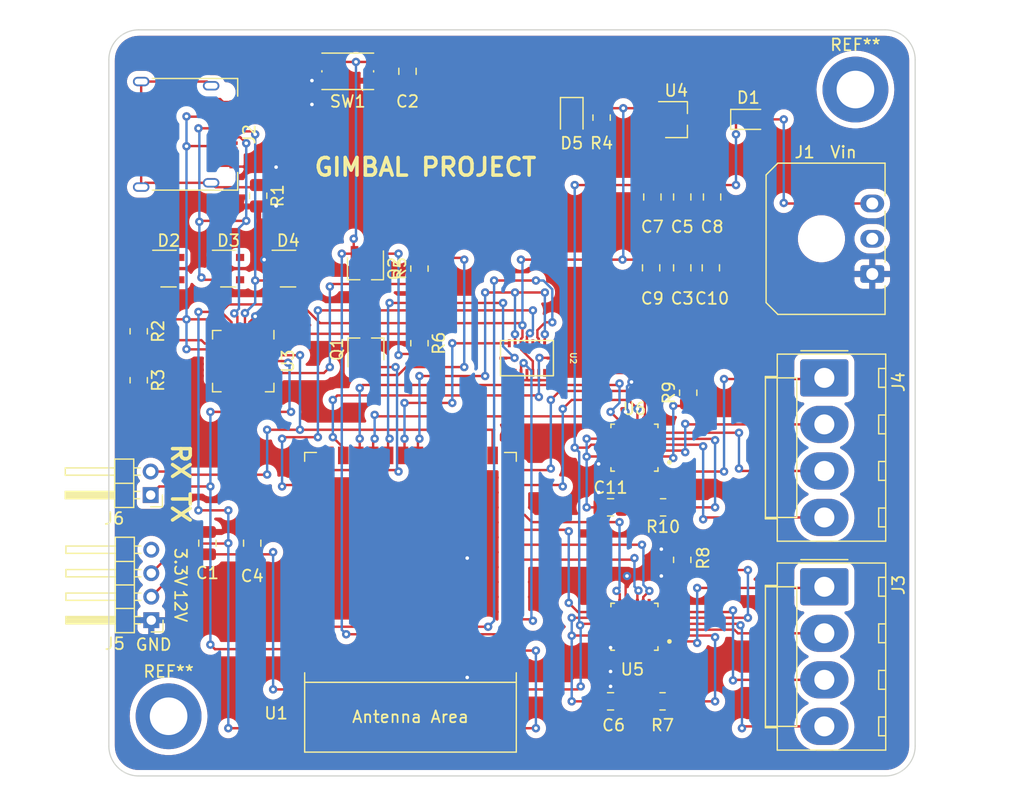
<source format=kicad_pcb>
(kicad_pcb (version 20211014) (generator pcbnew)
  (layers (0 "F.Cu" signal) (31 "B.Cu" signal) (34 "B.Paste" user) (35 "F.Paste" user) (36 "B.SilkS" user "B.Silkscreen") (37 "F.SilkS" user "F.Silkscreen") (38 "B.Mask" user) (39 "F.Mask" user) (44 "Edge.Cuts" user))
  (net 0 "")
  (net 1 "+12V")
  (net 2 "GND")
  (net 3 "/EN")
  (net 4 "+3V3")
  (net 5 "Net-(C6-Pad1)")
  (net 6 "Net-(C11-Pad1)")
  (net 7 "Net-(D1-Pad2)")
  (net 8 "/VBUS")
  (net 9 "Net-(D3-Pad2)")
  (net 10 "Net-(D4-Pad2)")
  (net 11 "Net-(D5-Pad2)")
  (net 17 "Net-(J2-PadS1)")
  (net 18 "/Motor1Out1")
  (net 19 "/Motor1Out2")
  (net 20 "/Motor1Out3")
  (net 21 "/Motor1Out4")
  (net 22 "/Motor2Out1")
  (net 23 "/Motor2Out2")
  (net 24 "/Motor2Out3")
  (net 25 "/Motor2Out4")
  (net 27 "/ESPTX")
  (net 28 "/ESPRX")
  (net 29 "Net-(Q1-Pad1)")
  (net 30 "/ESPIO0")
  (net 31 "/!DTR")
  (net 32 "Net-(Q2-Pad1)")
  (net 33 "/!RTS")
  (net 34 "Net-(R2-Pad2)")
  (net 35 "Net-(R7-Pad1)")
  (net 36 "Net-(R8-Pad1)")
  (net 37 "Net-(R9-Pad1)")
  (net 38 "Net-(R10-Pad1)")
  (net 39 "/ESPIO4")
  (net 43 "/Motor1M1")
  (net 44 "/Motor1M0")
  (net 45 "/Motor1Dir")
  (net 46 "/Motor1Step")
  (net 48 "/Motor2M1")
  (net 49 "/Motor2M0")
  (net 54 "/SPI_MISO")
  (net 55 "/SPI_MOSI")
  (net 56 "/SPI_CLK")
  (net 57 "/Motor2Dir")
  (net 58 "/Motor2Step")
  (net 59 "/ESPIO34")
  (net 61 "/ESPIO35")
  (net 71 "/ESPIO2")
  (footprint "MountingHole:MountingHole_3.2mm_M3_DIN965_Pad" (layer "F.Cu") (at 177.8 66.04)
    (fp_text reference "REF**")
    (fp_text value "MountingHole_3.2mm_M3_DIN965_Pad")
  )
  (footprint "Resistor_SMD:R_0805_2012Metric" (layer "F.Cu") (at 161.4405 101.6 180)
    (fp_text reference "R10")
    (fp_text value "500m")
  )
  (footprint "Resistor_SMD:R_0805_2012Metric" (layer "F.Cu") (at 127 75.0805 -90)
    (fp_text reference "R1")
    (fp_text value "100")
  )
  (footprint "Capacitor_SMD:C_0805_2012Metric" (layer "F.Cu") (at 165.608 75.184 -90)
    (fp_text reference "C8")
    (fp_text value "0.1uF")
  )
  (footprint "Capacitor_SMD:C_0805_2012Metric" (layer "F.Cu") (at 156.972 101.6)
    (fp_text reference "C11")
    (fp_text value "22uF")
  )
  (footprint "Package_TO_SOT_SMD:TSOT-23" (layer "F.Cu") (at 136.144 88.138 90)
    (fp_text reference "Q1")
    (fp_text value "Q_NPN_BCE")
  )
  (footprint "Capacitor_SMD:C_0805_2012Metric" (layer "F.Cu") (at 165.503 81.214 -90)
    (fp_text reference "C10")
    (fp_text value "100nF")
  )
  (footprint "Connector_PinHeader_2.00mm:PinHeader_1x04_P2.00mm_Horizontal" (layer "F.Cu") (at 117.908 111.204 180)
    (fp_text reference "J5")
    (fp_text value "0022232041")
  )
  (footprint "Package_DFN_QFN:QFN-28-1EP_5x5mm_P0.5mm_EP3.35x3.35mm" (layer "F.Cu") (at 125.73 89.154 -90)
    (fp_text reference "U3")
    (fp_text value "CP2102N-Axx-xQFN28")
  )
  (footprint "Capacitor_SMD:C_0805_2012Metric" (layer "F.Cu") (at 126.492 104.648 90)
    (fp_text reference "C4")
    (fp_text value "10uF")
  )
  (footprint "Resistor_SMD:R_0805_2012Metric" (layer "F.Cu") (at 140.716 87.63 -90)
    (fp_text reference "R6")
    (fp_text value "10k")
  )
  (footprint "LED_SMD:LED_0805_2012Metric" (layer "F.Cu") (at 153.67 68.4045 -90)
    (fp_text reference "D5")
    (fp_text value "LED")
  )
  (footprint "Resistor_SMD:R_0805_2012Metric" (layer "F.Cu") (at 161.3935 118.11 180)
    (fp_text reference "R7")
    (fp_text value "500m")
  )
  (footprint "ESP32:ESP32-S2-SOLO" (layer "F.Cu") (at 139.954 106.68 180)
    (fp_text reference "U1")
    (fp_text value "ESP32-S2-SOLO")
  )
  (footprint "Connector_Molex:Molex_KK-396_A-41791-0004_1x04_P3.96mm_Vertical" (layer "F.Cu") (at 175.155 90.58 -90)
    (fp_text reference "J4")
    (fp_text value "0022232041")
  )
  (footprint "Connector_PinHeader_2.00mm:PinHeader_1x02_P2.00mm_Horizontal" (layer "F.Cu") (at 117.856 100.552 180)
    (fp_text reference "J6")
    (fp_text value "Conn_01x02")
  )
  (footprint "Package_TO_SOT_SMD:TSOT-23" (layer "F.Cu") (at 162.56 68.58)
    (fp_text reference "U4")
    (fp_text value "TLV70433DBVT")
  )
  (footprint "MountingHole:MountingHole_3.2mm_M3_DIN965_Pad" (layer "F.Cu") (at 119.38 119.38)
    (fp_text reference "REF**")
    (fp_text value "MountingHole_3.2mm_M3_DIN965_Pad")
  )
  (footprint "Resistor_SMD:R_0805_2012Metric" (layer "F.Cu") (at 116.84 90.7815 -90)
    (fp_text reference "R3")
    (fp_text value "47.5k")
  )
  (footprint "DRV8846RGET:QFN50P400X400X100-25N" (layer "F.Cu") (at 159.004 96.52 180)
    (fp_text reference "U6")
    (fp_text value "DRV8846RGET")
  )
  (footprint "DRV8846RGET:QFN50P400X400X100-25N" (layer "F.Cu") (at 159.004 111.76 180)
    (fp_text reference "U5")
    (fp_text value "DRV8846RGET")
  )
  (footprint "Package_TO_SOT_SMD:SOT-143" (layer "F.Cu") (at 129.54 81.28)
    (fp_text reference "D4")
    (fp_text value "DIODE")
  )
  (footprint "Capacitor_SMD:C_0805_2012Metric" (layer "F.Cu") (at 163.068 81.214 -90)
    (fp_text reference "C3")
    (fp_text value "1uF")
  )
  (footprint "Capacitor_SMD:C_0805_2012Metric" (layer "F.Cu") (at 122.682 104.648 90)
    (fp_text reference "C1")
    (fp_text value "22uF")
  )
  (footprint "GIMBAL:BMI088" (layer "F.Cu") (at 149.86 88.9 -90)
    (fp_text reference "U2")
    (fp_text value "BMI088")
  )
  (footprint "Resistor_SMD:R_0805_2012Metric" (layer "F.Cu") (at 163.576 91.8445 90)
    (fp_text reference "R9")
    (fp_text value "500m")
  )
  (footprint "Resistor_SMD:R_0805_2012Metric" (layer "F.Cu") (at 140.716 81.28 90)
    (fp_text reference "R5")
    (fp_text value "10k")
  )
  (footprint "Capacitor_SMD:C_0805_2012Metric" (layer "F.Cu") (at 160.528 75.184 -90)
    (fp_text reference "C7")
    (fp_text value "10uF")
  )
  (footprint "Connector_Molex:Molex_Micro-Fit_3.0_43650-0300_1x03_P3.00mm_Horizontal" (layer "F.Cu") (at 179.23 81.74 90)
    (fp_text reference "J1")
    (fp_text value "Conn_01x03")
  )
  (footprint "Connector_Molex:Molex_KK-396_A-41791-0004_1x04_P3.96mm_Vertical" (layer "F.Cu") (at 175.155 108.36 -90)
    (fp_text reference "J3")
    (fp_text value "0022232041")
  )
  (footprint "Diode_SMD:D_SOD-323" (layer "F.Cu") (at 168.69 68.58)
    (fp_text reference "D1")
    (fp_text value "D_Schottky")
  )
  (footprint "Package_TO_SOT_SMD:SOT-143" (layer "F.Cu") (at 124.46 81.28)
    (fp_text reference "D3")
    (fp_text value "DIODE")
  )
  (footprint "Capacitor_SMD:C_0805_2012Metric" (layer "F.Cu") (at 156.972 118.11)
    (fp_text reference "C6")
    (fp_text value "22uF")
  )
  (footprint "Package_TO_SOT_SMD:TSOT-23" (layer "F.Cu") (at 136.144 81.28 -90)
    (fp_text reference "Q2")
    (fp_text value "Q_NPN_BCE")
  )
  (footprint "Resistor_SMD:R_0805_2012Metric" (layer "F.Cu") (at 156.21 68.4295 -90)
    (fp_text reference "R4")
    (fp_text value "100")
  )
  (footprint "Resistor_SMD:R_0805_2012Metric" (layer "F.Cu") (at 163.068 106.0685 90)
    (fp_text reference "R8")
    (fp_text value "500m")
  )
  (footprint "Button_Switch_SMD:SW_Push_1P1T_NO_CK_KMR2" (layer "F.Cu") (at 134.62 64.49)
    (fp_text reference "SW1")
    (fp_text value "SW_Push")
  )
  (footprint "Connector_USB:USB_C_Receptacle_Amphenol_12401610E4-2A" (layer "F.Cu") (at 119.888 69.85 -90)
    (fp_text reference "J2")
    (fp_text value "USB_C_Receptacle_USB2.0")
  )
  (footprint "Capacitor_SMD:C_0805_2012Metric" (layer "F.Cu") (at 163.068 75.184 -90)
    (fp_text reference "C5")
    (fp_text value "0.1uF")
  )
  (footprint "Capacitor_SMD:C_0805_2012Metric" (layer "F.Cu") (at 160.423 81.214 -90)
    (fp_text reference "C9")
    (fp_text value "100nF")
  )
  (footprint "Resistor_SMD:R_0805_2012Metric" (layer "F.Cu") (at 116.84 86.614 -90)
    (fp_text reference "R2")
    (fp_text value "22.1k")
  )
  (footprint "Package_TO_SOT_SMD:SOT-143" (layer "F.Cu") (at 119.38 81.28)
    (fp_text reference "D2")
    (fp_text value "DIODE")
  )
  (footprint "Capacitor_SMD:C_0805_2012Metric" (layer "F.Cu") (at 139.7 64.49 90)
    (fp_text reference "C2")
    (fp_text value "0.1uF")
  )
  (gr_line (start 116.84 124.46) (end 180.34 124.46) (layer "Edge.Cuts") (width 0.1))
  (gr_line (start 114.3 121.92) (end 114.3 63.5) (layer "Edge.Cuts") (width 0.1))
  (gr_arc (start 114.3 63.5) (mid 115.043949 61.703949) (end 116.84 60.96) (layer "Edge.Cuts") (width 0.1))
  (gr_arc (start 116.84 124.46) (mid 115.043949 123.716051) (end 114.3 121.92) (layer "Edge.Cuts") (width 0.1))
  (gr_line (start 182.88 121.92) (end 182.88 63.5) (layer "Edge.Cuts") (width 0.1))
  (gr_arc (start 180.34 60.96) (mid 182.136051 61.703949) (end 182.88 63.5) (layer "Edge.Cuts") (width 0.1))
  (gr_line (start 180.34 60.96) (end 116.84 60.96) (layer "Edge.Cuts") (width 0.1))
  (gr_arc (start 182.88 121.92) (mid 182.136051 123.716051) (end 180.34 124.46) (layer "Edge.Cuts") (width 0.1))
  (gr_text "Vin" (at 176.784 71.374) (layer "F.SilkS") (effects (font (size 1 1))))
  (gr_text "12V" (at 120.396 109.982 270) (layer "F.SilkS") (effects (font (size 1 1))))
  (gr_text "GIMBAL PROJECT" (at 141.224 72.644) (layer "F.SilkS") (effects (font (size 1.5 1.5) (thickness 0.3))))
  (gr_text "3.3V" (at 120.396 106.68 270) (layer "F.SilkS") (effects (font (size 1 1))))
  (gr_text "GND\n" (at 118.11 113.284) (layer "F.SilkS") (effects (font (size 1 1))))
  (gr_text "RX TX\n" (at 120.396 99.568 270) (layer "F.SilkS") (effects (font (size 1.5 1.5) (thickness 0.3))))
  (segment (start 128.082 105.598) (end 128.27 105.41) (width 0.2032) (layer "F.Cu") (net 1))
  (segment (start 121.514 105.598) (end 117.908 109.204) (width 0.2032) (layer "F.Cu") (net 1))
  (segment (start 157.069 111.51) (end 154.503302 111.51) (width 0.2032) (layer "F.Cu") (net 1))
  (segment (start 153.924 74.168) (end 160.462 74.168) (width 0.2032) (layer "F.Cu") (net 1))
  (segment (start 160.528 74.234) (end 163.068 74.234) (width 0.2032) (layer "F.Cu") (net 1))
  (segment (start 167.64 68.58) (end 163.87 68.58) (width 0.2032) (layer "F.Cu") (net 1))
  (segment (start 155.076026 96.52) (end 153.924 96.52) (width 0.2032) (layer "F.Cu") (net 1))
  (segment (start 167.64 74.168) (end 165.674 74.168) (width 0.2032) (layer "F.Cu") (net 1))
  (segment (start 157.069 96.27) (end 155.326026 96.27) (width 0.2032) (layer "F.Cu") (net 1))
  (segment (start 154.178 117.094) (end 154.432 116.84) (width 0.2032) (layer "F.Cu") (net 1))
  (segment (start 167.64 68.58) (end 167.64 69.85) (width 0.2032) (layer "F.Cu") (net 1))
  (segment (start 126.492 105.598) (end 128.082 105.598) (width 0.2032) (layer "F.Cu") (net 1))
  (segment (start 154.503302 111.51) (end 154.380802 111.6325) (width 0.2032) (layer "F.Cu") (net 1))
  (segment (start 128.27 117.094) (end 154.178 117.094) (width 0.2032) (layer "F.Cu") (net 1))
  (segment (start 165.674 74.168) (end 165.608 74.234) (width 0.2032) (layer "F.Cu") (net 1))
  (segment (start 163.068 74.234) (end 165.608 74.234) (width 0.2032) (layer "F.Cu") (net 1))
  (segment (start 155.326026 96.27) (end 155.076026 96.52) (width 0.2032) (layer "F.Cu") (net 1))
  (segment (start 122.682 105.598) (end 121.514 105.598) (width 0.2032) (layer "F.Cu") (net 1))
  (segment (start 122.682 105.598) (end 126.492 105.598) (width 0.2032) (layer "F.Cu") (net 1))
  (segment (start 122.682 105.598) (end 122.6 105.68) (width 0.2032) (layer "F.Cu") (net 1))
  (segment (start 160.462 74.168) (end 160.528 74.234) (width 0.2032) (layer "F.Cu") (net 1))
  (via (at 128.27 117.094) (size 0.7112) (drill 0.3048) (layers "F.Cu" "B.Cu") (net 1))
  (via (at 167.64 69.85) (size 0.7112) (drill 0.3048) (layers "F.Cu" "B.Cu") (net 1))
  (via (at 167.64 74.168) (size 0.7112) (drill 0.3048) (layers "F.Cu" "B.Cu") (net 1))
  (via (at 153.924 74.168) (size 0.7112) (drill 0.3048) (layers "F.Cu" "B.Cu") (net 1))
  (via (at 154.432 116.84) (size 0.7112) (drill 0.3048) (layers "F.Cu" "B.Cu") (net 1))
  (via (at 154.380802 111.6325) (size 0.7112) (drill 0.3048) (layers "F.Cu" "B.Cu") (net 1))
  (via (at 153.924 96.52) (size 0.7112) (drill 0.3048) (layers "F.Cu" "B.Cu") (net 1))
  (via (at 128.27 105.41) (size 0.7112) (drill 0.3048) (layers "F.Cu" "B.Cu") (net 1))
  (segment (start 128.27 105.41) (end 128.27 117.094) (width 0.2032) (layer "B.Cu") (net 1))
  (segment (start 154.380802 111.6325) (end 154.305 111.556698) (width 0.2032) (layer "B.Cu") (net 1))
  (segment (start 167.64 69.85) (end 167.64 74.168) (width 0.2032) (layer "B.Cu") (net 1))
  (segment (start 154.305 111.556698) (end 154.305 96.901) (width 0.2032) (layer "B.Cu") (net 1))
  (segment (start 154.432 116.84) (end 154.432 111.683698) (width 0.2032) (layer "B.Cu") (net 1))
  (segment (start 154.305 96.901) (end 153.924 96.52) (width 0.2032) (layer "B.Cu") (net 1))
  (segment (start 153.924 96.52) (end 153.924 74.168) (width 0.2032) (layer "B.Cu") (net 1))
  (segment (start 154.432 111.683698) (end 154.380802 111.6325) (width 0.2032) (layer "B.Cu") (net 1))
  (segment (start 126.23 86.704) (end 126.23 87.13) (width 0.2032) (layer "F.Cu") (net 2))
  (segment (start 152.654 90.17) (end 162.814 90.17) (width 0.2032) (layer "F.Cu") (net 2))
  (segment (start 126.23 87.13) (end 125.857 87.503) (width 0.2032) (layer "F.Cu") (net 2))
  (segment (start 124.908 67.1) (end 124.0168 67.1) (width 0.2032) (layer "F.Cu") (net 2))
  (segment (start 148.86 90.1625) (end 148.86 90.7032) (width 0.2032) (layer "F.Cu") (net 2))
  (segment (start 123.7668 66.85) (end 123.208 66.85) (width 0.2032) (layer "F.Cu") (net 2))
  (segment (start 162.814 90.17) (end 163.576 90.932) (width 0.2032) (layer "F.Cu") (net 2))
  (segment (start 150.86 90.1625) (end 150.86 90.7032) (width 0.2032) (layer "F.Cu") (net 2))
  (segment (start 125.857 87.503) (end 126.238 87.122) (width 0.2032) (layer "F.Cu") (net 2))
  (segment (start 156.972 116.84) (end 156.972 117.16) (width 0.2032) (layer "F.Cu") (net 2))
  (segment (start 158.3685 107.442) (end 161.29 107.442) (width 0.2032) (layer "F.Cu") (net 2))
  (segment (start 144.78 116.078) (end 156.464 116.078) (width 0.2032) (layer "F.Cu") (net 2))
  (segment (start 125.73 89.154) (end 125.73 87.63) (width 0.2032) (layer "F.Cu") (net 2))
  (segment (start 149.86 90.6838) (end 149.86 90.1625) (width 0.2032) (layer "F.Cu") (net 2))
  (segment (start 156.972 117.16) (end 157.922 118.11) (width 0.2032) (layer "F.Cu") (net 2))
  (segment (start 156.652 100.33) (end 157.922 101.6) (width 0.2032) (layer "F.Cu") (net 2))
  (segment (start 128.524 75.946) (end 127.047 75.946) (width 0.2032) (layer "F.Cu") (net 2))
  (segment (start 158.75 90.932) (end 163.576 90.932) (width 0.2032) (layer "F.Cu") (net 2))
  (segment (start 150.86 90.7032) (end 150.9362 90.7794) (width 0.2032) (layer "F.Cu") (net 2))
  (segment (start 125.73 87.63) (end 125.857 87.503) (width 0.2032) (layer "F.Cu") (net 2))
  (segment (start 131.572 65.278) (end 132.558 65.278) (width 0.2032) (layer "F.Cu") (net 2))
  (segment (start 156.0905 97.77) (end 155.956 97.9045) (width 0.2032) (layer "F.Cu") (net 2))
  (segment (start 150.9362 90.7794) (end 151.0286 90.7794) (width 0.2032) (layer "F.Cu") (net 2))
  (segment (start 150.7838 90.7794) (end 149.9556 90.7794) (width 0.2032) (layer "F.Cu") (net 2))
  (segment (start 158.254 93.484) (end 158.242 93.472) (width 0.2032) (layer "F.Cu") (net 2))
  (segment (start 131.572 67.31) (end 131.362 67.1) (width 0.2032) (layer "F.Cu") (net 2))
  (segment (start 142.854 105.82) (end 144.682 105.82) (width 0.2032) (layer "F.Cu") (net 2))
  (segment (start 144.682 105.82) (end 144.78 105.918) (width 0.2032) (layer "F.Cu") (net 2))
  (segment (start 157.069 97.77) (end 156.0905 97.77) (width 0.2032) (layer "F.Cu") (net 2))
  (segment (start 149.9556 90.7794) (end 149.86 90.6838) (width 0.2032) (layer "F.Cu") (net 2))
  (segment (start 161.29 105.156) (end 163.068 105.156) (width 0.2032) (layer "F.Cu") (net 2))
  (segment (start 158.254 107.5565) (end 158.3685 107.442) (width 0.2032) (layer "F.Cu") (net 2))
  (segment (start 127.047 75.946) (end 127 75.993) (width 0.2032) (layer "F.Cu") (net 2))
  (segment (start 155.956 100.33) (end 156.652 100.33) (width 0.2032) (layer "F.Cu") (net 2))
  (segment (start 123.3874 72.5294) (end 124.8374 72.5294) (width 0.2032) (layer "F.Cu") (net 2))
  (segment (start 126.256573 86.677427) (end 126.256573 85.833427) (width 0.2032) (layer "F.Cu") (net 2))
  (segment (start 124.0168 67.1) (end 123.7668 66.85) (width 0.2032) (layer "F.Cu") (net 2))
  (segment (start 132.558 65.278) (end 132.57 65.29) (width 0.2032) (layer "F.Cu") (net 2))
  (segment (start 124.8374 72.5294) (end 124.908 72.6) (width 0.2032) (layer "F.Cu") (net 2))
  (segment (start 152.0446 90.7794) (end 152.654 90.17) (width 0.2032) (layer "F.Cu") (net 2))
  (segment (start 148.86 90.1625) (end 148.36 90.1625) (width 0.2032) (layer "F.Cu") (net 2))
  (segment (start 123.208 72.35) (end 123.3874 72.5294) (width 0.2032) (layer "F.Cu") (net 2))
  (segment (start 156.464 116.078) (end 156.972 115.57) (width 0.2032) (layer "F.Cu") (net 2))
  (segment (start 126.23 86.704) (end 126.256573 86.677427) (width 0.2032) (layer "F.Cu") (net 2))
  (segment (start 150.7838 90.7794) (end 151.0286 90.7794) (width 0.2032) (layer "F.Cu") (net 2))
  (segment (start 126.256573 85.833427) (end 126.746 85.344) (width 0.2032) (layer "F.Cu") (net 2))
  (segment (start 157.069 113.441) (end 156.972 113.538) (width 0.2032) (layer "F.Cu") (net 2))
  (segment (start 150.86 90.7032) (end 150.7838 90.7794) (width 0.2032) (layer "F.Cu") (net 2))
  (segment (start 148.86 90.7032) (end 148.9362 90.7794) (width 0.2032) (layer "F.Cu") (net 2))
  (segment (start 158.254 109.825) (end 158.254 107.5565) (width 0.2032) (layer "F.Cu") (net 2))
  (segment (start 127.508 80.518) (end 128.528 80.518) (width 0.2032) (layer "F.Cu") (net 2))
  (segment (start 148.9362 90.7794) (end 150.7838 90.7794) (width 0.2032) (layer "F.Cu") (net 2))
  (segment (start 128.48 72.6) (end 128.524 72.644) (width 0.2032) (layer "F.Cu") (net 2))
  (segment (start 124.908 72.6) (end 128.48 72.6) (width 0.2032) (layer "F.Cu") (net 2))
  (segment (start 128.528 80.518) (end 128.54 80.53) (width 0.2032) (layer "F.Cu") (net 2))
  (segment (start 157.069 113.01) (end 157.069 113.441) (width 0.2032) (layer "F.Cu") (net 2))
  (segment (start 151.0286 90.7794) (end 152.0446 90.7794) (width 0.2032) (layer "F.Cu") (net 2))
  (segment (start 158.254 94.585) (end 158.254 93.484) (width 0.2032) (layer "F.Cu") (net 2))
  (segment (start 131.362 67.1) (end 124.908 67.1) (width 0.2032) (layer "F.Cu") (net 2))
  (via (at 156.972 116.84) (size 0.7112) (drill 0.3048) (layers "F.Cu" "B.Cu") (net 2))
  (via (at 128.524 72.644) (size 0.7112) (drill 0.3048) (layers "F.Cu" "B.Cu") (net 2))
  (via (at 127.508 80.518) (size 0.7112) (drill 0.3048) (layers "F.Cu" "B.Cu") (net 2))
  (via (at 156.972 113.538) (size 0.7112) (drill 0.3048) (layers "F.Cu" "B.Cu") (net 2))
  (via (at 158.75 90.932) (size 0.7112) (drill 0.3048) (layers "F.Cu" "B.Cu") (net 2))
  (via (at 131.572 67.31) (size 0.7112) (drill 0.3048) (layers "F.Cu" "B.Cu") (net 2))
  (via (at 131.572 65.278) (size 0.7112) (drill 0.3048) (layers "F.Cu" "B.Cu") (net 2))
  (via (at 144.78 116.078) (size 0.7112) (drill 0.3048) (layers "F.Cu" "B.Cu") (net 2))
  (via (at 155.956 100.33) (size 0.7112) (drill 0.3048) (layers "F.Cu" "B.Cu") (net 2))
  (via (at 158.242 93.472) (size 0.7112) (drill 0.3048) (layers "F.Cu" "B.Cu") (net 2))
  (via (at 158.3685 107.442) (size 0.7112) (drill 0.3048) (layers "F.Cu" "B.Cu") (net 2))
  (via (at 156.972 115.57) (size 0.7112) (drill 0.3048) (layers "F.Cu" "B.Cu") (net 2))
  (via (at 155.956 97.9045) (size 0.7112) (drill 0.3048) (layers "F.Cu" "B.Cu") (net 2))
  (via (at 144.78 105.918) (size 0.7112) (drill 0.3048) (layers "F.Cu" "B.Cu") (net 2))
  (via (at 161.29 105.156) (size 0.7112) (drill 0.3048) (layers "F.Cu" "B.Cu") (net 2))
  (via (at 128.524 75.946) (size 0.7112) (drill 0.3048) (layers "F.Cu" "B.Cu") (net 2))
  (via (at 126.746 85.344) (size 0.7112) (drill 0.3048) (layers "F.Cu" "B.Cu") (net 2))
  (via (at 161.29 107.442) (size 0.7112) (drill 0.3048) (layers "F.Cu" "B.Cu") (net 2))
  (segment (start 127.508 84.582) (end 127.508 80.518) (width 0.2032) (layer "B.Cu") (net 2))
  (segment (start 161.29 107.442) (end 161.29 105.156) (width 0.2032) (layer "B.Cu") (net 2))
  (segment (start 128.524 72.644) (end 128.524 75.946) (width 0.2032) (layer "B.Cu") (net 2))
  (segment (start 156.972 113.538) (end 156.972 115.57) (width 0.2032) (layer "B.Cu") (net 2))
  (segment (start 158.242 93.472) (end 158.369 93.345) (width 0.2032) (layer "B.Cu") (net 2))
  (segment (start 158.369 91.313) (end 158.75 90.932) (width 0.2032) (layer "B.Cu") (net 2))
  (segment (start 155.956 97.9045) (end 155.956 100.33) (width 0.2032) (layer "B.Cu") (net 2))
  (segment (start 131.572 67.31) (end 131.572 65.278) (width 0.2032) (layer "B.Cu") (net 2))
  (segment (start 126.746 85.344) (end 127.508 84.582) (width 0.2032) (layer "B.Cu") (net 2))
  (segment (start 158.369 93.345) (end 158.369 91.313) (width 0.2032) (layer "B.Cu") (net 2))
  (segment (start 144.78 105.918) (end 144.78 116.078) (width 0.2032) (layer "B.Cu") (net 2))
  (segment (start 156.972 115.57) (end 156.972 116.84) (width 0.2032) (layer "B.Cu") (net 2))
  (segment (start 135.154 80.01) (end 135.194 79.97) (width 0.2032) (layer "F.Cu") (net 3))
  (segment (start 139.7 63.54) (end 139.914 63.754) (width 0.2032) (layer "F.Cu") (net 3))
  (segment (start 139.7 63.54) (end 139.55 63.69) (width 0.2032) (layer "F.Cu") (net 3))
  (segment (start 136.67 63.69) (end 132.57 63.69) (width 0.2032) (layer "F.Cu") (net 3))
  (segment (start 135.128 79.904) (end 135.194 79.97) (width 0.2032) (layer "F.Cu") (net 3))
  (segment (start 134.112 80.01) (end 135.154 80.01) (width 0.2032) (layer "F.Cu") (net 3))
  (segment (start 148.704 112.4) (end 134.234 112.4) (width 0.2032) (layer "F.Cu") (net 3))
  (segment (start 139.55 63.69) (end 136.67 63.69) (width 0.2032) (layer "F.Cu") (net 3))
  (segment (start 135.128 78.74) (end 135.128 79.904) (width 0.2032) (layer "F.Cu") (net 3))
  (via (at 134.488 112.4) (size 0.7112) (drill 0.3048) (layers "F.Cu" "B.Cu") (net 3))
  (via (at 135.318 63.69) (size 0.7112) (drill 0.3048) (layers "F.Cu" "B.Cu") (net 3))
  (via (at 135.128 78.74) (size 0.7112) (drill 0.3048) (layers "F.Cu" "B.Cu") (net 3))
  (via (at 134.112 80.01) (size 0.7112) (drill 0.3048) (layers "F.Cu" "B.Cu") (net 3))
  (segment (start 134.488 112.4) (end 134.112 112.024) (width 0.2032) (layer "B.Cu") (net 3))
  (segment (start 135.318 63.69) (end 135.318 78.55) (width 0.2032) (layer "B.Cu") (net 3))
  (segment (start 135.318 78.55) (end 135.128 78.74) (width 0.2032) (layer "B.Cu") (net 3))
  (segment (start 134.112 112.024) (end 134.112 80.01) (width 0.2032) (layer "B.Cu") (net 3))
  (segment (start 124.73 86.704) (end 124.73 85.837184) (width 0.2032) (layer "F.Cu") (net 4))
  (segment (start 124.428 104.68) (end 124.46 104.648) (width 0.2032) (layer "F.Cu") (net 4))
  (segment (start 130.673974 84.328) (end 132.271574 85.9256) (width 0.2032) (layer "F.Cu") (net 4))
  (segment (start 121.92 101.854) (end 124.46 101.854) (width 0.2032) (layer "F.Cu") (net 4))
  (segment (start 148.826 113.792) (end 148.704 113.67) (width 0.2032) (layer "F.Cu") (net 4))
  (segment (start 160.169 80.518) (end 160.423 80.264) (width 0.2032) (layer "F.Cu") (net 4))
  (segment (start 119.38 105.732) (end 117.908 107.204) (width 0.2032) (layer "F.Cu") (net 4))
  (segment (start 156.323 67.63) (end 156.21 67.517) (width 0.2032) (layer "F.Cu") (net 4))
  (segment (start 132.271574 85.9256) (end 149.2981 85.9256) (width 0.2032) (layer "F.Cu") (net 4))
  (segment (start 149.352 80.518) (end 157.988 80.518) (width 0.2032) (layer "F.Cu") (net 4))
  (segment (start 149.4785 87.131526) (end 149.4785 86.106) (width 0.2032) (layer "F.Cu") (net 4))
  (segment (start 150.36 89.1588) (end 149.36 88.1588) (width 0.2032) (layer "F.Cu") (net 4))
  (segment (start 123.856316 84.9635) (end 121.92 84.9635) (width 0.2032) (layer "F.Cu") (net 4))
  (segment (start 119.38 104.68) (end 119.38 105.732) (width 0.2032) (layer "F.Cu") (net 4))
  (segment (start 149.2981 85.9256) (end 149.4785 86.106) (width 0.2032) (layer "F.Cu") (net 4))
  (segment (start 124.73 85.837184) (end 123.856316 84.9635) (width 0.2032) (layer "F.Cu") (net 4))
  (segment (start 165.503 80.264) (end 160.423 80.264) (width 0.2032) (layer "F.Cu") (net 4))
  (segment (start 124.46 120.396) (end 150.622 120.396) (width 0.2032) (layer "F.Cu") (net 4))
  (segment (start 161.25 67.63) (end 156.323 67.63) (width 0.2032) (layer "F.Cu") (net 4))
  (segment (start 149.36 87.6375) (end 149.36 87.250026) (width 0.2032) (layer "F.Cu") (net 4))
  (segment (start 150.36 90.1625) (end 150.36 89.1588) (width 0.2032) (layer "F.Cu") (net 4))
  (segment (start 150.622 113.792) (end 148.826 113.792) (width 0.2032) (layer "F.Cu") (net 4))
  (segment (start 149.36 87.250026) (end 149.4785 87.131526) (width 0.2032) (layer "F.Cu") (net 4))
  (segment (start 124.491816 84.328) (end 130.673974 84.328) (width 0.2032) (layer "F.Cu") (net 4))
  (segment (start 157.988 80.518) (end 160.169 80.518) (width 0.2032) (layer "F.Cu") (net 4))
  (segment (start 119.38 104.68) (end 124.428 104.68) (width 0.2032) (layer "F.Cu") (net 4))
  (segment (start 123.856316 84.9635) (end 124.491816 84.328) (width 0.2032) (layer "F.Cu") (net 4))
  (segment (start 149.36 88.1588) (end 149.36 87.6375) (width 0.2032) (layer "F.Cu") (net 4))
  (via (at 158.054 67.63) (size 0.7112) (drill 0.3048) (layers "F.Cu" "B.Cu") (net 4))
  (via (at 149.352 80.518) (size 0.7112) (drill 0.3048) (layers "F.Cu" "B.Cu") (net 4))
  (via (at 124.46 101.854) (size 0.7112) (drill 0.3048) (layers "F.Cu" "B.Cu") (net 4))
  (via (at 157.988 80.518) (size 0.7112) (drill 0.3048) (layers "F.Cu" "B.Cu") (net 4))
  (via (at 121.92 101.854) (size 0.7112) (drill 0.3048) (layers "F.Cu" "B.Cu") (net 4))
  (via (at 150.622 120.396) (size 0.7112) (drill 0.3048) (layers "F.Cu" "B.Cu") (net 4))
  (via (at 124.46 104.648) (size 0.7112) (drill 0.3048) (layers "F.Cu" "B.Cu") (net 4))
  (via (at 121.92 84.9635) (size 0.7112) (drill 0.3048) (layers "F.Cu" "B.Cu") (net 4))
  (via (at 150.622 113.792) (size 0.7112) (drill 0.3048) (layers "F.Cu" "B.Cu") (net 4))
  (via (at 149.4785 86.106) (size 0.7112) (drill 0.3048) (layers "F.Cu" "B.Cu") (net 4))
  (via (at 124.46 120.396) (size 0.7112) (drill 0.3048) (layers "F.Cu" "B.Cu") (net 4))
  (segment (start 124.46 104.648) (end 124.46 120.396) (width 0.2032) (layer "B.Cu") (net 4))
  (segment (start 158.054 80.452) (end 157.988 80.518) (width 0.2032) (layer "B.Cu") (net 4))
  (segment (start 158.054 67.63) (end 158.054 80.452) (width 0.2032) (layer "B.Cu") (net 4))
  (segment (start 150.622 120.396) (end 150.622 113.792) (width 0.2032) (layer "B.Cu") (net 4))
  (segment (start 124.46 101.854) (end 124.46 104.648) (width 0.2032) (layer "B.Cu") (net 4))
  (segment (start 149.4785 86.106) (end 149.4785 80.6445) (width 0.2032) (layer "B.Cu") (net 4))
  (segment (start 149.4785 80.6445) (end 149.352 80.518) (width 0.2032) (layer "B.Cu") (net 4))
  (segment (start 121.92 84.9635) (end 121.92 101.854) (width 0.2032) (layer "B.Cu") (net 4))
  (segment (start 156.022 118.11) (end 153.67 118.11) (width 0.2032) (layer "F.Cu") (net 5))
  (segment (start 157.069 112.51) (end 153.682 112.51) (width 0.2032) (layer "F.Cu") (net 5))
  (segment (start 157.057 110.998) (end 157.069 111.01) (width 0.2032) (layer "F.Cu") (net 5))
  (segment (start 153.67 110.998) (end 157.057 110.998) (width 0.2032) (layer "F.Cu") (net 5))
  (segment (start 153.682 112.51) (end 153.67 112.522) (width 0.2032) (layer "F.Cu") (net 5))
  (via (at 153.67 112.522) (size 0.7112) (drill 0.3048) (layers "F.Cu" "B.Cu") (net 5))
  (via (at 153.67 110.998) (size 0.7112) (drill 0.3048) (layers "F.Cu" "B.Cu") (net 5))
  (via (at 153.67 118.11) (size 0.7112) (drill 0.3048) (layers "F.Cu" "B.Cu") (net 5))
  (segment (start 153.67 112.522) (end 153.67 110.998) (width 0.2032) (layer "B.Cu") (net 5))
  (segment (start 153.67 118.11) (end 153.67 112.522) (width 0.2032) (layer "B.Cu") (net 5))
  (segment (start 154.952 97.27) (end 154.94 97.282) (width 0.2032) (layer "F.Cu") (net 6))
  (segment (start 154.94 95.758) (end 156.21 95.758) (width 0.2032) (layer "F.Cu") (net 6))
  (segment (start 156.022 101.6) (end 154.94 101.6) (width 0.2032) (layer "F.Cu") (net 6))
  (segment (start 156.222 95.77) (end 157.069 95.77) (width 0.2032) (layer "F.Cu") (net 6))
  (segment (start 156.21 95.758) (end 156.222 95.77) (width 0.2032) (layer "F.Cu") (net 6))
  (segment (start 157.069 97.27) (end 154.952 97.27) (width 0.2032) (layer "F.Cu") (net 6))
  (via (at 154.94 95.758) (size 0.7112) (drill 0.3048) (layers "F.Cu" "B.Cu") (net 6))
  (via (at 154.94 101.6) (size 0.7112) (drill 0.3048) (layers "F.Cu" "B.Cu") (net 6))
  (via (at 154.94 97.282) (size 0.7112) (drill 0.3048) (layers "F.Cu" "B.Cu") (net 6))
  (segment (start 154.94 101.6) (end 154.94 95.758) (width 0.2032) (layer "B.Cu") (net 6))
  (segment (start 179.23 75.74) (end 171.752 75.74) (width 0.2032) (layer "F.Cu") (net 7))
  (segment (start 171.752 75.74) (end 171.704 75.692) (width 0.2032) (layer "F.Cu") (net 7))
  (segment (start 171.704 68.58) (end 169.74 68.58) (width 0.2032) (layer "F.Cu") (net 7))
  (via (at 171.704 68.58) (size 0.7112) (drill 0.3048) (layers "F.Cu" "B.Cu") (net 7))
  (via (at 171.704 75.692) (size 0.7112) (drill 0.3048) (layers "F.Cu" "B.Cu") (net 7))
  (segment (start 171.704 75.692) (end 171.704 68.58) (width 0.2032) (layer "B.Cu") (net 7))
  (segment (start 124.23 85.876) (end 123.952 85.598) (width 0.2032) (layer "F.Cu") (net 8))
  (segment (start 123.28 88.154) (end 120.92 88.154) (width 0.2032) (layer "F.Cu") (net 8))
  (segment (start 120.92 88.154) (end 120.904 88.138) (width 0.2032) (layer "F.Cu") (net 8))
  (segment (start 124.23 86.704) (end 124.23 85.876) (width 0.2032) (layer "F.Cu") (net 8))
  (segment (start 123.208 68.35) (end 124.23 68.35) (width 0.2032) (layer "F.Cu") (net 8))
  (segment (start 124.48 68.6) (end 124.908 68.6) (width 0.2032) (layer "F.Cu") (net 8))
  (segment (start 123.208 68.35) (end 120.928 68.35) (width 0.2032) (layer "F.Cu") (net 8))
  (segment (start 120.928 68.35) (end 120.904 68.326) (width 0.2032) (layer "F.Cu") (net 8))
  (segment (start 120.92 70.85) (end 123.208 70.85) (width 0.2032) (layer "F.Cu") (net 8))
  (segment (start 124.23 68.35) (end 124.48 68.6) (width 0.2032) (layer "F.Cu") (net 8))
  (segment (start 124.4198 71.1706) (end 124.968 71.1706) (width 0.2032) (layer "F.Cu") (net 8))
  (segment (start 118.38 82.23) (end 118.38 84.1615) (width 0.2032) (layer "F.Cu") (net 8))
  (segment (start 118.38 84.1615) (end 116.84 85.7015) (width 0.2032) (layer "F.Cu") (net 8))
  (segment (start 123.952 85.598) (end 120.904 85.598) (width 0.2032) (layer "F.Cu") (net 8))
  (segment (start 116.9435 85.598) (end 116.84 85.7015) (width 0.2032) (layer "F.Cu") (net 8))
  (segment (start 120.904 85.598) (end 116.9435 85.598) (width 0.2032) (layer "F.Cu") (net 8))
  (segment (start 123.208 70.85) (end 124.0992 70.85) (width 0.2032) (layer "F.Cu") (net 8))
  (segment (start 124.0992 70.85) (end 124.4198 71.1706) (width 0.2032) (layer "F.Cu") (net 8))
  (segment (start 120.904 70.866) (end 120.92 70.85) (width 0.2032) (layer "F.Cu") (net 8))
  (via (at 120.904 85.598) (size 0.7112) (drill 0.3048) (layers "F.Cu" "B.Cu") (net 8))
  (via (at 120.904 70.866) (size 0.7112) (drill 0.3048) (layers "F.Cu" "B.Cu") (net 8))
  (via (at 120.904 88.138) (size 0.7112) (drill 0.3048) (layers "F.Cu" "B.Cu") (net 8))
  (via (at 120.904 68.326) (size 0.7112) (drill 0.3048) (layers "F.Cu" "B.Cu") (net 8))
  (segment (start 120.904 88.138) (end 120.904 85.598) (width 0.2032) (layer "B.Cu") (net 8))
  (segment (start 120.904 70.866) (end 120.904 85.598) (width 0.2032) (layer "B.Cu") (net 8))
  (segment (start 120.904 68.326) (end 120.904 70.866) (width 0.2032) (layer "B.Cu") (net 8))
  (segment (start 123.46 82.23) (end 122.362 82.23) (width 0.2032) (layer "F.Cu") (net 9))
  (segment (start 121.92 69.342) (end 123.2 69.342) (width 0.2032) (layer "F.Cu") (net 9))
  (segment (start 124.908 70.1) (end 125.472 70.1) (width 0.2032) (layer "F.Cu") (net 9))
  (segment (start 124.968 85.09) (end 125.23 85.352) (width 0.2032) (layer "F.Cu") (net 9))
  (segment (start 123.2 69.342) (end 123.208 69.35) (width 0.2032) (layer "F.Cu") (net 9))
  (segment (start 122.0728 77.216) (end 121.9964 77.2924) (width 0.2032) (layer "F.Cu") (net 9))
  (segment (start 122.362 82.23) (end 122.174 82.042) (width 0.2032) (layer "F.Cu") (net 9))
  (segment (start 125.23 85.352) (end 125.23 86.704) (width 0.2032) (layer "F.Cu") (net 9))
  (segment (start 125.984 77.216) (end 122.0728 77.216) (width 0.2032) (layer "F.Cu") (net 9))
  (segment (start 125.472 70.1) (end 125.984 70.612) (width 0.2032) (layer "F.Cu") (net 9))
  (via (at 125.984 77.216) (size 0.7112) (drill 0.3048) (layers "F.Cu" "B.Cu") (net 9))
  (via (at 124.968 85.09) (size 0.7112) (drill 0.3048) (layers "F.Cu" "B.Cu") (net 9))
  (via (at 125.984 70.612) (size 0.7112) (drill 0.3048) (layers "F.Cu" "B.Cu") (net 9))
  (via (at 121.9964 77.2924) (size 0.7112) (drill 0.3048) (layers "F.Cu" "B.Cu") (net 9))
  (via (at 121.92 69.342) (size 0.7112) (drill 0.3048) (layers "F.Cu" "B.Cu") (net 9))
  (via (at 122.174 82.042) (size 0.7112) (drill 0.3048) (layers "F.Cu" "B.Cu") (net 9))
  (segment (start 121.9964 77.2924) (end 121.9964 69.4184) (width 0.2032) (layer "B.Cu") (net 9))
  (segment (start 124.968 85.09) (end 125.3645 84.6935) (width 0.2032) (layer "B.Cu") (net 9))
  (segment (start 125.3645 84.6935) (end 125.3645 77.8355) (width 0.2032) (layer "B.Cu") (net 9))
  (segment (start 122.174 82.042) (end 121.9964 81.8644) (width 0.2032) (layer "B.Cu") (net 9))
  (segment (start 121.9964 69.4184) (end 121.92 69.342) (width 0.2032) (layer "B.Cu") (net 9))
  (segment (start 121.9964 81.8644) (end 121.9964 77.2924) (width 0.2032) (layer "B.Cu") (net 9))
  (segment (start 125.984 70.612) (end 125.984 77.216) (width 0.2032) (layer "B.Cu") (net 9))
  (segment (start 125.3645 77.8355) (end 125.984 77.216) (width 0.2032) (layer "B.Cu") (net 9))
  (segment (start 124.0168 69.6) (end 123.6962 69.9206) (width 0.2032) (layer "F.Cu") (net 10))
  (segment (start 125.875573 85.069526) (end 125.875573 86.174907) (width 0.2032) (layer "F.Cu") (net 10))
  (segment (start 126.496 69.6) (end 126.746 69.85) (width 0.2032) (layer "F.Cu") (net 10))
  (segment (start 124.908 69.6) (end 126.496 69.6) (width 0.2032) (layer "F.Cu") (net 10))
  (segment (start 125.875573 86.174907) (end 125.73 86.32048) (width 0.2032) (layer "F.Cu") (net 10))
  (segment (start 128.474 82.296) (end 128.54 82.23) (width 0.2032) (layer "F.Cu") (net 10))
  (segment (start 123.6962 69.9206) (end 122.936 69.9206) (width 0.2032) (layer "F.Cu") (net 10))
  (segment (start 126.746 82.296) (end 128.474 82.296) (width 0.2032) (layer "F.Cu") (net 10))
  (segment (start 124.908 69.6) (end 124.0168 69.6) (width 0.2032) (layer "F.Cu") (net 10))
  (segment (start 125.73 86.32048) (end 125.73 86.704) (width 0.2032) (layer "F.Cu") (net 10))
  (via (at 126.746 69.85) (size 0.7112) (drill 0.3048) (layers "F.Cu" "B.Cu") (net 10))
  (via (at 126.746 82.296) (size 0.7112) (drill 0.3048) (layers "F.Cu" "B.Cu") (net 10))
  (via (at 125.875573 85.069526) (size 0.7112) (drill 0.3048) (layers "F.Cu" "B.Cu") (net 10))
  (segment (start 125.875573 85.069526) (end 126.746 84.199099) (width 0.2032) (layer "B.Cu") (net 10))
  (segment (start 126.746 69.85) (end 126.746 82.296) (width 0.2032) (layer "B.Cu") (net 10))
  (segment (start 126.746 84.199099) (end 126.746 82.296) (width 0.2032) (layer "B.Cu") (net 10))
  (segment (start 156.21 69.342) (end 153.67 69.342) (width 0.2032) (layer "F.Cu") (net 11))
  (segment (start 122.998 73.98) (end 117.408 73.98) (width 0.2032) (layer "F.Cu") (net 17))
  (segment (start 127 74.168) (end 126.8114 74.3566) (width 0.2032) (layer "F.Cu") (net 17))
  (segment (start 126.8114 74.3566) (end 123.3746 74.3566) (width 0.2032) (layer "F.Cu") (net 17))
  (segment (start 117.048 65.36) (end 117.048 74.34) (width 0.2032) (layer "F.Cu") (net 17))
  (segment (start 123.3746 74.3566) (end 122.998 73.98) (width 0.2032) (layer "F.Cu") (net 17))
  (segment (start 122.638 65.36) (end 122.998 65.72) (width 0.2032) (layer "F.Cu") (net 17))
  (segment (start 117.048 65.36) (end 122.638 65.36) (width 0.2032) (layer "F.Cu") (net 17))
  (segment (start 117.408 73.98) (end 117.048 74.34) (width 0.2032) (layer "F.Cu") (net 17))
  (segment (start 175.057 108.458) (end 175.155 108.36) (width 0.2032) (layer "F.Cu") (net 18))
  (segment (start 164.338 108.458) (end 175.057 108.458) (width 0.2032) (layer "F.Cu") (net 18))
  (segment (start 164.2035 113.01) (end 164.338 113.1445) (width 0.2032) (layer "F.Cu") (net 18))
  (segment (start 160.939 113.01) (end 164.2035 113.01) (width 0.2032) (layer "F.Cu") (net 18))
  (via (at 164.338 108.458) (size 0.7112) (drill 0.3048) (layers "F.Cu" "B.Cu") (net 18))
  (via (at 164.338 113.1445) (size 0.7112) (drill 0.3048) (layers "F.Cu" "B.Cu") (net 18))
  (segment (start 164.338 113.1445) (end 164.338 108.458) (width 0.2032) (layer "B.Cu") (net 18))
  (segment (start 167.499974 112.01) (end 167.809974 112.32) (width 0.2032) (layer "F.Cu") (net 19))
  (segment (start 160.939 112.01) (end 167.499974 112.01) (width 0.2032) (layer "F.Cu") (net 19))
  (segment (start 167.809974 112.32) (end 175.155 112.32) (width 0.2032) (layer "F.Cu") (net 19))
  (segment (start 160.939 110.51) (end 167.2395 110.51) (width 0.2032) (layer "F.Cu") (net 20))
  (segment (start 167.2395 110.51) (end 167.386 110.3635) (width 0.2032) (layer "F.Cu") (net 20))
  (segment (start 167.386 116.332) (end 167.438 116.28) (width 0.2032) (layer "F.Cu") (net 20))
  (segment (start 167.438 116.28) (end 175.155 116.28) (width 0.2032) (layer "F.Cu") (net 20))
  (via (at 167.386 116.332) (size 0.7112) (drill 0.3048) (layers "F.Cu" "B.Cu") (net 20))
  (via (at 167.386 110.3635) (size 0.7112) (drill 0.3048) (layers "F.Cu" "B.Cu") (net 20))
  (segment (start 167.386 110.3635) (end 167.386 116.332) (width 0.2032) (layer "B.Cu") (net 20))
  (segment (start 168.148 120.396) (end 168.304 120.24) (width 0.2032) (layer "F.Cu") (net 21))
  (segment (start 167.898 111.51) (end 168.0205 111.6325) (width 0.2032) (layer "F.Cu") (net 21))
  (segment (start 168.304 120.24) (end 175.155 120.24) (width 0.2032) (layer "F.Cu") (net 21))
  (segment (start 160.939 111.51) (end 167.898 111.51) (width 0.2032) (layer "F.Cu") (net 21))
  (via (at 168.0205 111.6325) (size 0.7112) (drill 0.3048) (layers "F.Cu" "B.Cu") (net 21))
  (via (at 168.148 120.396) (size 0.7112) (drill 0.3048) (layers "F.Cu" "B.Cu") (net 21))
  (segment (start 168.0205 111.6325) (end 168.148 111.76) (width 0.2032) (layer "B.Cu") (net 21))
  (segment (start 168.148 111.76) (end 168.148 120.396) (width 0.2032) (layer "B.Cu") (net 21))
  (segment (start 160.939 98.455) (end 161.036 98.552) (width 0.2032) (layer "F.Cu") (net 22))
  (segment (start 175.057 90.678) (end 175.155 90.58) (width 0.2032) (layer "F.Cu") (net 22))
  (segment (start 166.624 90.678) (end 175.057 90.678) (width 0.2032) (layer "F.Cu") (net 22))
  (segment (start 161.036 98.552) (end 166.624 98.552) (width 0.2032) (layer "F.Cu") (net 22))
  (segment (start 160.939 97.77) (end 160.939 98.455) (width 0.2032) (layer "F.Cu") (net 22))
  (via (at 166.624 90.678) (size 0.7112) (drill 0.3048) (layers "F.Cu" "B.Cu") (net 22))
  (via (at 166.624 98.552) (size 0.7112) (drill 0.3048) (layers "F.Cu" "B.Cu") (net 22))
  (segment (start 166.624 98.552) (end 166.624 90.678) (width 0.2032) (layer "B.Cu") (net 22))
  (segment (start 163.322 94.488) (end 163.374 94.54) (width 0.2032) (layer "F.Cu") (net 23))
  (segment (start 163.1875 96.77) (end 163.322 96.9045) (width 0.2032) (layer "F.Cu") (net 23))
  (segment (start 163.374 94.54) (end 175.155 94.54) (width 0.2032) (layer "F.Cu") (net 23))
  (segment (start 160.939 96.77) (end 163.1875 96.77) (width 0.2032) (layer "F.Cu") (net 23))
  (via (at 163.322 96.9045) (size 0.7112) (drill 0.3048) (layers "F.Cu" "B.Cu") (net 23))
  (via (at 163.322 94.488) (size 0.7112) (drill 0.3048) (layers "F.Cu" "B.Cu") (net 23))
  (segment (start 163.322 96.9045) (end 163.322 94.488) (width 0.2032) (layer "B.Cu") (net 23))
  (segment (start 167.894 98.298) (end 168.096 98.5) (width 0.2032) (layer "F.Cu") (net 24))
  (segment (start 168.096 98.5) (end 175.155 98.5) (width 0.2032) (layer "F.Cu") (net 24))
  (segment (start 160.959 95.25) (end 160.939 95.27) (width 0.2032) (layer "F.Cu") (net 24))
  (segment (start 167.874 95.27) (end 167.894 95.25) (width 0.2032) (layer "F.Cu") (net 24))
  (segment (start 167.894 95.25) (end 160.959 95.25) (width 0.2032) (layer "F.Cu") (net 24))
  (via (at 167.894 98.298) (size 0.7112) (drill 0.3048) (layers "F.Cu" "B.Cu") (net 24))
  (via (at 167.894 95.25) (size 0.7112) (drill 0.3048) (layers "F.Cu" "B.Cu") (net 24))
  (segment (start 167.894 95.25) (end 167.894 98.298) (width 0.2032) (layer "B.Cu") (net 24))
  (segment (start 165.002 102.46) (end 175.155 102.46) (width 0.2032) (layer "F.Cu") (net 25))
  (segment (start 164.846 102.616) (end 165.002 102.46) (width 0.2032) (layer "F.Cu") (net 25))
  (segment (start 160.939 96.27) (end 164.7115 96.27) (width 0.2032) (layer "F.Cu") (net 25))
  (segment (start 164.7115 96.27) (end 164.846 96.4045) (width 0.2032) (layer "F.Cu") (net 25))
  (via (at 164.846 96.4045) (size 0.7112) (drill 0.3048) (layers "F.Cu" "B.Cu") (net 25))
  (via (at 164.846 102.616) (size 0.7112) (drill 0.3048) (layers "F.Cu" "B.Cu") (net 25))
  (segment (start 164.846 96.4045) (end 164.846 102.616) (width 0.2032) (layer "B.Cu") (net 25))
  (segment (start 122.936 99.822) (end 118.586 99.822) (width 0.2032) (layer "F.Cu") (net 27))
  (segment (start 129.794 93.472) (end 122.936 93.472) (width 0.2032) (layer "F.Cu") (net 27))
  (segment (start 129.4055 89.154) (end 129.54 89.2885) (width 0.2032) (layer "F.Cu") (net 27))
  (segment (start 128.18 89.154) (end 129.4055 89.154) (width 0.2032) (layer "F.Cu") (net 27))
  (segment (start 131.204 113.67) (end 123.322 113.67) (width 0.2032) (layer "F.Cu") (net 27))
  (segment (start 123.322 113.67) (end 122.936 113.284) (width 0.2032) (layer "F.Cu") (net 27))
  (segment (start 118.586 99.822) (end 117.856 100.552) (width 0.2032) (layer "F.Cu") (net 27))
  (via (at 129.54 89.2885) (size 0.7112) (drill 0.3048) (layers "F.Cu" "B.Cu") (net 27))
  (via (at 122.936 93.472) (size 0.7112) (drill 0.3048) (layers "F.Cu" "B.Cu") (net 27))
  (via (at 122.936 99.822) (size 0.7112) (drill 0.3048) (layers "F.Cu" "B.Cu") (net 27))
  (via (at 122.936 113.284) (size 0.7112) (drill 0.3048) (layers "F.Cu" "B.Cu") (net 27))
  (via (at 129.794 93.472) (size 0.7112) (drill 0.3048) (layers "F.Cu" "B.Cu") (net 27))
  (segment (start 129.54 89.2885) (end 129.667 89.4155) (width 0.2032) (layer "B.Cu") (net 27))
  (segment (start 122.936 113.284) (end 122.936 99.822) (width 0.2032) (layer "B.Cu") (net 27))
  (segment (start 129.667 89.4155) (end 129.667 93.345) (width 0.2032) (layer "B.Cu") (net 27))
  (segment (start 129.667 93.345) (end 129.794 93.472) (width 0.2032) (layer "B.Cu") (net 27))
  (segment (start 122.936 93.472) (end 122.936 99.822) (width 0.2032) (layer "B.Cu") (net 27))
  (segment (start 130.556 94.996) (end 147.066 94.996) (width 0.2032) (layer "F.Cu") (net 28))
  (segment (start 147.066 94.996) (end 146.939 95.123) (width 0.2032) (layer "F.Cu") (net 28))
  (segment (start 119.38 98.822) (end 119.11 98.552) (width 0.2032) (layer "F.Cu") (net 28))
  (segment (start 128.18 88.654) (end 130.548 88.654) (width 0.2032) (layer "F.Cu") (net 28))
  (segment (start 127.762 94.996) (end 130.556 94.996) (width 0.2032) (layer "F.Cu") (net 28))
  (segment (start 146.939 95.123) (end 146.939 97.18) (width 0.2032) (layer "F.Cu") (net 28))
  (segment (start 119.38 98.822) (end 127.746 98.822) (width 0.2032) (layer "F.Cu") (net 28))
  (segment (start 119.11 98.552) (end 117.856 98.552) (width 0.2032) (layer "F.Cu") (net 28))
  (segment (start 130.548 88.654) (end 130.556 88.646) (width 0.2032) (layer "F.Cu") (net 28))
  (segment (start 127.746 98.822) (end 127.762 98.806) (width 0.2032) (layer "F.Cu") (net 28))
  (via (at 130.556 88.646) (size 0.7112) (drill 0.3048) (layers "F.Cu" "B.Cu") (net 28))
  (via (at 127.762 94.996) (size 0.7112) (drill 0.3048) (layers "F.Cu" "B.Cu") (net 28))
  (via (at 127.762 98.806) (size 0.7112) (drill 0.3048) (layers "F.Cu" "B.Cu") (net 28))
  (via (at 130.556 94.996) (size 0.7112) (drill 0.3048) (layers "F.Cu" "B.Cu") (net 28))
  (segment (start 130.556 88.646) (end 130.556 94.996) (width 0.2032) (layer "B.Cu") (net 28))
  (segment (start 127.762 98.806) (end 127.762 94.996) (width 0.2032) (layer "B.Cu") (net 28))
  (segment (start 144.3755 80.3675) (end 144.526 80.518) (width 0.2032) (layer "F.Cu") (net 29))
  (segment (start 136.0834 90.3374) (end 135.194 89.448) (width 0.2032) (layer "F.Cu") (net 29))
  (segment (start 144.526 89.662) (end 139.582026 89.662) (width 0.2032) (layer "F.Cu") (net 29))
  (segment (start 140.716 80.3675) (end 144.3755 80.3675) (width 0.2032) (layer "F.Cu") (net 29))
  (segment (start 138.906626 90.3374) (end 136.0834 90.3374) (width 0.2032) (layer "F.Cu") (net 29))
  (segment (start 139.582026 89.662) (end 138.906626 90.3374) (width 0.2032) (layer "F.Cu") (net 29))
  (via (at 144.526 89.662) (size 0.7112) (drill 0.3048) (layers "F.Cu" "B.Cu") (net 29))
  (via (at 144.526 80.518) (size 0.7112) (drill 0.3048) (layers "F.Cu" "B.Cu") (net 29))
  (segment (start 144.526 80.518) (end 144.526 89.662) (width 0.2032) (layer "B.Cu") (net 29))
  (segment (start 137.308 89.662) (end 137.094 89.448) (width 0.2032) (layer "F.Cu") (net 30))
  (segment (start 138.684 89.662) (end 137.308 89.662) (width 0.2032) (layer "F.Cu") (net 30))
  (segment (start 138.816 98.43) (end 138.938 98.552) (width 0.2032) (layer "F.Cu") (net 30))
  (segment (start 131.204 98.43) (end 138.816 98.43) (width 0.2032) (layer "F.Cu") (net 30))
  (via (at 138.938 98.552) (size 0.7112) (drill 0.3048) (layers "F.Cu" "B.Cu") (net 30))
  (via (at 138.684 89.662) (size 0.7112) (drill 0.3048) (layers "F.Cu" "B.Cu") (net 30))
  (segment (start 138.811 89.789) (end 138.684 89.662) (width 0.2032) (layer "B.Cu") (net 30))
  (segment (start 138.938 98.552) (end 138.811 98.425) (width 0.2032) (layer "B.Cu") (net 30))
  (segment (start 138.811 98.425) (end 138.811 89.789) (width 0.2032) (layer "B.Cu") (net 30))
  (segment (start 140.6055 86.828) (end 136.144 86.828) (width 0.2032) (layer "F.Cu") (net 31))
  (segment (start 128.18 87.654) (end 129.006 86.828) (width 0.2032) (layer "F.Cu") (net 31))
  (segment (start 129.006 86.828) (end 136.144 86.828) (width 0.2032) (layer "F.Cu") (net 31))
  (segment (start 140.716 86.7175) (end 140.6055 86.828) (width 0.2032) (layer "F.Cu") (net 31))
  (segment (start 137.134 80.01) (end 137.094 79.97) (width 0.2032) (layer "F.Cu") (net 32))
  (segment (start 138.938 80.01) (end 137.134 80.01) (width 0.2032) (layer "F.Cu") (net 32))
  (segment (start 140.716 88.5425) (end 139.0415 88.5425) (width 0.2032) (layer "F.Cu") (net 32))
  (segment (start 139.0415 88.5425) (end 138.938 88.646) (width 0.2032) (layer "F.Cu") (net 32))
  (via (at 138.938 80.01) (size 0.7112) (drill 0.3048) (layers "F.Cu" "B.Cu") (net 32))
  (via (at 138.938 88.646) (size 0.7112) (drill 0.3048) (layers "F.Cu" "B.Cu") (net 32))
  (segment (start 138.938 88.646) (end 138.938 80.01) (width 0.2032) (layer "B.Cu") (net 32))
  (segment (start 129.07952 90.17) (end 128.56352 89.654) (width 0.2032) (layer "F.Cu") (net 33))
  (segment (start 136.144 82.59) (end 133.31 82.59) (width 0.2032) (layer "F.Cu") (net 33))
  (segment (start 136.144 82.59) (end 140.3185 82.59) (width 0.2032) (layer "F.Cu") (net 33))
  (segment (start 140.3185 82.59) (end 140.716 82.1925) (width 0.2032) (layer "F.Cu") (net 33))
  (segment (start 132.588 90.17) (end 129.07952 90.17) (width 0.2032) (layer "F.Cu") (net 33))
  (segment (start 133.096 89.662) (end 132.588 90.17) (width 0.2032) (layer "F.Cu") (net 33))
  (segment (start 128.56352 89.654) (end 128.18 89.654) (width 0.2032) (layer "F.Cu") (net 33))
  (segment (start 133.31 82.59) (end 133.096 82.804) (width 0.2032) (layer "F.Cu") (net 33))
  (via (at 133.096 82.804) (size 0.7112) (drill 0.3048) (layers "F.Cu" "B.Cu") (net 33))
  (via (at 133.096 89.662) (size 0.7112) (drill 0.3048) (layers "F.Cu" "B.Cu") (net 33))
  (segment (start 133.096 82.804) (end 133.096 89.662) (width 0.2032) (layer "B.Cu") (net 33))
  (segment (start 123.28 87.654) (end 122.452 87.654) (width 0.2032) (layer "F.Cu") (net 34))
  (segment (start 116.9905 87.376) (end 116.84 87.5265) (width 0.2032) (layer "F.Cu") (net 34))
  (segment (start 122.452 87.654) (end 122.174 87.376) (width 0.2032) (layer "F.Cu") (net 34))
  (segment (start 122.174 87.376) (end 116.9905 87.376) (width 0.2032) (layer "F.Cu") (net 34))
  (segment (start 116.84 87.5265) (end 116.84 89.869) (width 0.2032) (layer "F.Cu") (net 34))
  (segment (start 165.862 118.11) (end 162.306 118.11) (width 0.2032) (layer "F.Cu") (net 35))
  (segment (start 160.939 112.51) (end 165.7275 112.51) (width 0.2032) (layer "F.Cu") (net 35))
  (segment (start 165.7275 112.51) (end 165.862 112.6445) (width 0.2032) (layer "F.Cu") (net 35))
  (via (at 165.862 112.6445) (size 0.7112) (drill 0.3048) (layers "F.Cu" "B.Cu") (net 35))
  (via (at 165.862 118.11) (size 0.7112) (drill 0.3048) (layers "F.Cu" "B.Cu") (net 35))
  (segment (start 165.862 112.6445) (end 165.862 118.11) (width 0.2032) (layer "B.Cu") (net 35))
  (segment (start 163.115 106.934) (end 168.656 106.934) (width 0.2032) (layer "F.Cu") (net 36))
  (segment (start 163.068 106.981) (end 163.115 106.934) (width 0.2032) (layer "F.Cu") (net 36))
  (segment (start 161.798 110.998) (end 161.786 111.01) (width 0.2032) (layer "F.Cu") (net 36))
  (segment (start 168.656 110.998) (end 161.798 110.998) (width 0.2032) (layer "F.Cu") (net 36))
  (segment (start 161.786 111.01) (end 160.939 111.01) (width 0.2032) (layer "F.Cu") (net 36))
  (via (at 168.656 110.998) (size 0.7112) (drill 0.3048) (layers "F.Cu" "B.Cu") (net 36))
  (via (at 168.656 106.934) (size 0.7112) (drill 0.3048) (layers "F.Cu" "B.Cu") (net 36))
  (segment (start 168.656 106.934) (end 168.656 110.998) (width 0.2032) (layer "B.Cu") (net 36))
  (segment (start 163.783 92.964) (end 163.576 92.757) (width 0.2032) (layer "F.Cu") (net 37))
  (segment (start 162.1715 97.27) (end 162.306 97.4045) (width 0.2032) (layer "F.Cu") (net 37))
  (segment (start 162.306 92.964) (end 163.369 92.964) (width 0.2032) (layer "F.Cu") (net 37))
  (segment (start 160.939 97.27) (end 162.1715 97.27) (width 0.2032) (layer "F.Cu") (net 37))
  (segment (start 163.369 92.964) (end 163.576 92.757) (width 0.2032) (layer "F.Cu") (net 37))
  (via (at 162.306 97.4045) (size 0.7112) (drill 0.3048) (layers "F.Cu" "B.Cu") (net 37))
  (via (at 162.306 92.964) (size 0.7112) (drill 0.3048) (layers "F.Cu" "B.Cu") (net 37))
  (segment (start 162.306 97.4045) (end 162.306 92.964) (width 0.2032) (layer "B.Cu") (net 37))
  (segment (start 165.862 101.6) (end 162.353 101.6) (width 0.2032) (layer "F.Cu") (net 38))
  (segment (start 165.7475 95.77) (end 165.862 95.8845) (width 0.2032) (layer "F.Cu") (net 38))
  (segment (start 160.939 95.77) (end 165.7475 95.77) (width 0.2032) (layer "F.Cu") (net 38))
  (via (at 165.862 101.6) (size 0.7112) (drill 0.3048) (layers "F.Cu" "B.Cu") (net 38))
  (via (at 165.862 95.8845) (size 0.7112) (drill 0.3048) (layers "F.Cu" "B.Cu") (net 38))
  (segment (start 165.862 95.8845) (end 165.862 101.6) (width 0.2032) (layer "B.Cu") (net 38))
  (segment (start 149.36 89.533411) (end 149.36 90.1625) (width 0.2032) (layer "F.Cu") (net 39))
  (segment (start 148.704 111.13) (end 150.246 111.13) (width 0.2032) (layer "F.Cu") (net 39))
  (segment (start 150.246 111.13) (end 150.368 111.252) (width 0.2032) (layer "F.Cu") (net 39))
  (segment (start 149.577509 89.315902) (end 149.36 89.533411) (width 0.2032) (layer "F.Cu") (net 39))
  (via (at 149.577509 89.315902) (size 0.7112) (drill 0.3048) (layers "F.Cu" "B.Cu") (net 39))
  (via (at 150.368 111.252) (size 0.7112) (drill 0.3048) (layers "F.Cu" "B.Cu") (net 39))
  (segment (start 150.241 111.125) (end 150.241 89.979393) (width 0.2032) (layer "B.Cu") (net 39))
  (segment (start 150.368 111.252) (end 150.241 111.125) (width 0.2032) (layer "B.Cu") (net 39))
  (segment (start 150.241 89.979393) (end 149.577509 89.315902) (width 0.2032) (layer "B.Cu") (net 39))
  (segment (start 158.872 106.05) (end 159.004 105.918) (width 0.2032) (layer "F.Cu") (net 43))
  (segment (start 159.34645 108.681769) (end 159.254 108.774219) (width 0.2032) (layer "F.Cu") (net 43))
  (segment (start 148.704 106.05) (end 158.872 106.05) (width 0.2032) (layer "F.Cu") (net 43))
  (segment (start 159.254 108.774219) (end 159.254 109.825) (width 0.2032) (layer "F.Cu") (net 43))
  (via (at 159.004 105.918) (size 0.7112) (drill 0.3048) (layers "F.Cu" "B.Cu") (net 43))
  (via (at 159.34645 108.681769) (size 0.7112) (drill 0.3048) (layers "F.Cu" "B.Cu") (net 43))
  (segment (start 159.34645 108.681769) (end 159.004 108.339319) (width 0.2032) (layer "B.Cu") (net 43))
  (segment (start 159.004 108.339319) (end 159.004 105.918) (width 0.2032) (layer "B.Cu") (net 43))
  (segment (start 159.766 104.902) (end 159.644 104.78) (width 0.2032) (layer "F.Cu") (net 44))
  (segment (start 160.274 108.712) (end 159.754 109.232) (width 0.2032) (layer "F.Cu") (net 44))
  (segment (start 159.754 109.232) (end 159.754 109.825) (width 0.2032) (layer "F.Cu") (net 44))
  (segment (start 148.704 104.78) (end 159.644 104.78) (width 0.2032) (layer "F.Cu") (net 44))
  (via (at 159.644 104.78) (size 0.7112) (drill 0.3048) (layers "F.Cu" "B.Cu") (net 44))
  (via (at 160.274 108.712) (size 0.7112) (drill 0.3048) (layers "F.Cu" "B.Cu") (net 44))
  (segment (start 160.274 108.712) (end 159.766 108.204) (width 0.2032) (layer "B.Cu") (net 44))
  (segment (start 159.766 108.204) (end 159.766 104.902) (width 0.2032) (layer "B.Cu") (net 44))
  (segment (start 159.766 104.902) (end 159.644 104.78) (width 0.2032) (layer "B.Cu") (net 44))
  (segment (start 153.294 103.51) (end 148.704 103.51) (width 0.2032) (layer "F.Cu") (net 45))
  (segment (start 153.416 103.632) (end 153.294 103.51) (width 0.2032) (layer "F.Cu") (net 45))
  (segment (start 157.069 110.51) (end 154.198 110.51) (width 0.2032) (layer "F.Cu") (net 45))
  (segment (start 154.198 110.51) (end 153.416 109.728) (width 0.2032) (layer "F.Cu") (net 45))
  (via (at 153.416 103.632) (size 0.7112) (drill 0.3048) (layers "F.Cu" "B.Cu") (net 45))
  (via (at 153.416 109.728) (size 0.7112) (drill 0.3048) (layers "F.Cu" "B.Cu") (net 45))
  (segment (start 153.416 109.728) (end 153.416 103.632) (width 0.2032) (layer "B.Cu") (net 45))
  (segment (start 150.2751 102.8579) (end 149.6572 102.24) (width 0.2032) (layer "F.Cu") (net 46))
  (segment (start 157.734 102.8579) (end 150.2751 102.8579) (width 0.2032) (layer "F.Cu") (net 46))
  (segment (start 149.6572 102.24) (end 148.704 102.24) (width 0.2032) (layer "F.Cu") (net 46))
  (segment (start 157.48 108.712) (end 157.754 108.986) (width 0.2032) (layer "F.Cu") (net 46))
  (segment (start 157.754 108.986) (end 157.754 109.825) (width 0.2032) (layer "F.Cu") (net 46))
  (via (at 157.734 102.8579) (size 0.7112) (drill 0.3048) (layers "F.Cu" "B.Cu") (net 46))
  (via (at 157.48 108.712) (size 0.7112) (drill 0.3048) (layers "F.Cu" "B.Cu") (net 46))
  (segment (start 157.734 108.458) (end 157.734 102.8579) (width 0.2032) (layer "B.Cu") (net 46))
  (segment (start 157.48 108.712) (end 157.734 108.458) (width 0.2032) (layer "B.Cu") (net 46))
  (segment (start 159.258 94.581) (end 159.254 94.585) (width 0.2032) (layer "F.Cu") (net 48))
  (segment (start 152.908 93.218) (end 153.67 92.456) (width 0.2032) (layer "F.Cu") (net 48))
  (segment (start 158.496 92.456) (end 159.258 93.218) (width 0.2032) (layer "F.Cu") (net 48))
  (segment (start 153.67 92.456) (end 158.496 92.456) (width 0.2032) (layer "F.Cu") (net 48))
  (segment (start 152.786 99.7) (end 152.908 99.822) (width 0.2032) (layer "F.Cu") (net 48))
  (segment (start 148.704 99.7) (end 152.786 99.7) (width 0.2032) (layer "F.Cu") (net 48))
  (segment (start 159.258 93.218) (end 159.258 94.581) (width 0.2032) (layer "F.Cu") (net 48))
  (via (at 152.908 93.218) (size 0.7112) (drill 0.3048) (layers "F.Cu" "B.Cu") (net 48))
  (via (at 152.908 99.822) (size 0.7112) (drill 0.3048) (layers "F.Cu" "B.Cu") (net 48))
  (via (at 159.258 93.218) (size 0.7112) (drill 0.3048) (layers "F.Cu" "B.Cu") (net 48))
  (segment (start 152.908 99.822) (end 152.908 93.218) (width 0.2032) (layer "B.Cu") (net 48))
  (segment (start 159.893 92.583) (end 159.893 93.853) (width 0.2032) (layer "F.Cu") (net 49))
  (segment (start 159.754 93.992) (end 159.754 94.585) (width 0.2032) (layer "F.Cu") (net 49))
  (segment (start 152.654 91.694) (end 159.004 91.694) (width 0.2032) (layer "F.Cu") (net 49))
  (segment (start 151.76 98.43) (end 151.892 98.298) (width 0.2032) (layer "F.Cu") (net 49))
  (segment (start 151.892 92.456) (end 152.654 91.694) (width 0.2032) (layer "F.Cu") (net 49))
  (segment (start 159.004 91.694) (end 159.893 92.583) (width 0.2032) (layer "F.Cu") (net 49))
  (segment (start 159.893 93.853) (end 159.754 93.992) (width 0.2032) (layer "F.Cu") (net 49))
  (segment (start 148.704 98.43) (end 151.76 98.43) (width 0.2032) (layer "F.Cu") (net 49))
  (via (at 151.892 92.456) (size 0.7112) (drill 0.3048) (layers "F.Cu" "B.Cu") (net 49))
  (via (at 151.892 98.298) (size 0.7112) (drill 0.3048) (layers "F.Cu" "B.Cu") (net 49))
  (segment (start 151.892 98.298) (end 151.892 92.456) (width 0.2032) (layer "B.Cu") (net 49))
  (segment (start 151.384 87.6135) (end 151.36 87.6375) (width 0.2032) (layer "F.Cu") (net 54))
  (segment (start 140.716 90.424) (end 146.304 90.424) (width 0.2032) (layer "F.Cu") (net 54))
  (segment (start 151.384 83.312) (end 148.844 83.312) (width 0.2032) (layer "F.Cu") (net 54))
  (segment (start 148.844 86.868) (end 148.844 87.6215) (width 0.2032) (layer "F.Cu") (net 54))
  (segment (start 151.384 86.868) (end 151.384 87.6135) (width 0.2032) (layer "F.Cu") (net 54))
  (segment (start 148.844 87.6215) (end 148.86 87.6375) (width 0.2032) (layer "F.Cu") (net 54))
  (segment (start 146.304 83.312) (end 148.844 83.312) (width 0.2032) (layer "F.Cu") (net 54))
  (segment (start 140.589 97.18) (end 140.589 95.885) (width 0.2032) (layer "F.Cu") (net 54))
  (segment (start 140.589 95.885) (end 140.716 95.758) (width 0.2032) (layer "F.Cu") (net 54))
  (via (at 148.844 83.312) (size 0.7112) (drill 0.3048) (layers "F.Cu" "B.Cu") (net 54))
  (via (at 151.384 83.312) (size 0.7112) (drill 0.3048) (layers "F.Cu" "B.Cu") (net 54))
  (via (at 146.304 83.312) (size 0.7112) (drill 0.3048) (layers "F.Cu" "B.Cu") (net 54))
  (via (at 140.716 95.758) (size 0.7112) (drill 0.3048) (layers "F.Cu" "B.Cu") (net 54))
  (via (at 151.384 86.868) (size 0.7112) (drill 0.3048) (layers "F.Cu" "B.Cu") (net 54))
  (via (at 140.716 90.424) (size 0.7112) (drill 0.3048) (layers "F.Cu" "B.Cu") (net 54))
  (via (at 148.844 86.868) (size 0.7112) (drill 0.3048) (layers "F.Cu" "B.Cu") (net 54))
  (via (at 146.304 90.424) (size 0.7112) (drill 0.3048) (layers "F.Cu" "B.Cu") (net 54))
  (segment (start 140.716 95.758) (end 140.716 90.424) (width 0.2032) (layer "B.Cu") (net 54))
  (segment (start 151.384 83.312) (end 151.384 86.868) (width 0.2032) (layer "B.Cu") (net 54))
  (segment (start 148.844 83.312) (end 148.844 86.868) (width 0.2032) (layer "B.Cu") (net 54))
  (segment (start 146.304 90.424) (end 146.304 83.312) (width 0.2032) (layer "B.Cu") (net 54))
  (segment (start 139.446 97.053) (end 139.319 97.18) (width 0.2032) (layer "F.Cu") (net 55))
  (segment (start 143.51 92.71) (end 139.446 92.71) (width 0.2032) (layer "F.Cu") (net 55))
  (segment (start 143.5175 87.6375) (end 143.51 87.63) (width 0.2032) (layer "F.Cu") (net 55))
  (segment (start 139.446 95.758) (end 139.446 97.053) (width 0.2032) (layer "F.Cu") (net 55))
  (segment (start 148.36 87.6375) (end 143.5175 87.6375) (width 0.2032) (layer "F.Cu") (net 55))
  (via (at 143.51 92.71) (size 0.7112) (drill 0.3048) (layers "F.Cu" "B.Cu") (net 55))
  (via (at 139.446 95.758) (size 0.7112) (drill 0.3048) (layers "F.Cu" "B.Cu") (net 55))
  (via (at 143.51 87.63) (size 0.7112) (drill 0.3048) (layers "F.Cu" "B.Cu") (net 55))
  (via (at 139.446 92.71) (size 0.7112) (drill 0.3048) (layers "F.Cu" "B.Cu") (net 55))
  (segment (start 143.51 87.63) (end 143.51 92.71) (width 0.2032) (layer "B.Cu") (net 55))
  (segment (start 139.446 92.71) (end 139.446 95.758) (width 0.2032) (layer "B.Cu") (net 55))
  (segment (start 148.804604 88.877662) (end 147.869838 88.877662) (width 0.2032) (layer "F.Cu") (net 56))
  (segment (start 138.049 97.18) (end 138.049 95.885) (width 0.2032) (layer "F.Cu") (net 56))
  (segment (start 138.176 84.2015) (end 147.828 84.2015) (width 0.2032) (layer "F.Cu") (net 56))
  (segment (start 138.049 95.885) (end 138.176 95.758) (width 0.2032) (layer "F.Cu") (net 56))
  (segment (start 147.869838 88.877662) (end 147.8475 88.9) (width 0.2032) (layer "F.Cu") (net 56))
  (via (at 148.804604 88.877662) (size 0.7112) (drill 0.3048) (layers "F.Cu" "B.Cu") (net 56))
  (via (at 138.176 84.2015) (size 0.7112) (drill 0.3048) (layers "F.Cu" "B.Cu") (net 56))
  (via (at 138.176 95.758) (size 0.7112) (drill 0.3048) (layers "F.Cu" "B.Cu") (net 56))
  (via (at 147.828 84.2015) (size 0.7112) (drill 0.3048) (layers "F.Cu" "B.Cu") (net 56))
  (segment (start 147.828 87.901058) (end 148.804604 88.877662) (width 0.2032) (layer "B.Cu") (net 56))
  (segment (start 138.049 84.3285) (end 138.176 84.2015) (width 0.2032) (layer "B.Cu") (net 56))
  (segment (start 138.049 95.631) (end 138.049 84.3285) (width 0.2032) (layer "B.Cu") (net 56))
  (segment (start 138.176 95.758) (end 138.049 95.631) (width 0.2032) (layer "B.Cu") (net 56))
  (segment (start 147.828 84.2015) (end 147.828 87.901058) (width 0.2032) (layer "B.Cu") (net 56))
  (segment (start 136.906 93.726) (end 137.033 93.853) (width 0.2032) (layer "F.Cu") (net 57))
  (segment (start 136.779 95.885) (end 136.906 95.758) (width 0.2032) (layer "F.Cu") (net 57))
  (segment (start 137.033 93.853) (end 155.652 93.853) (width 0.2032) (layer "F.Cu") (net 57))
  (segment (start 155.652 93.853) (end 157.069 95.27) (width 0.2032) (layer "F.Cu") (net 57))
  (segment (start 136.779 97.18) (end 136.779 95.885) (width 0.2032) (layer "F.Cu") (net 57))
  (via (at 136.906 95.758) (size 0.7112) (drill 0.3048) (layers "F.Cu" "B.Cu") (net 57))
  (via (at 136.906 93.726) (size 0.7112) (drill 0.3048) (layers "F.Cu" "B.Cu") (net 57))
  (segment (start 136.906 95.758) (end 136.906 93.726) (width 0.2032) (layer "B.Cu") (net 57))
  (segment (start 135.89 91.186) (end 135.636 91.44) (width 0.2032) (layer "F.Cu") (net 58))
  (segment (start 157.6075 91.186) (end 135.89 91.186) (width 0.2032) (layer "F.Cu") (net 58))
  (segment (start 156.972 93.472) (end 157.754 94.254) (width 0.2032) (layer "F.Cu") (net 58))
  (segment (start 157.754 94.254) (end 157.754 94.585) (width 0.2032) (layer "F.Cu") (net 58))
  (segment (start 135.636 95.758) (end 135.636 97.053) (width 0.2032) (layer "F.Cu") (net 58))
  (segment (start 135.636 97.053) (end 135.509 97.18) (width 0.2032) (layer "F.Cu") (net 58))
  (segment (start 157.734 91.0595) (end 157.6075 91.186) (width 0.2032) (layer "F.Cu") (net 58))
  (via (at 135.636 95.758) (size 0.7112) (drill 0.3048) (layers "F.Cu" "B.Cu") (net 58))
  (via (at 156.972 93.472) (size 0.7112) (drill 0.3048) (layers "F.Cu" "B.Cu") (net 58))
  (via (at 157.734 91.0595) (size 0.7112) (drill 0.3048) (layers "F.Cu" "B.Cu") (net 58))
  (via (at 135.636 91.44) (size 0.7112) (drill 0.3048) (layers "F.Cu" "B.Cu") (net 58))
  (segment (start 157.734 92.71) (end 157.734 91.0595) (width 0.2032) (layer "B.Cu") (net 58))
  (segment (start 135.636 94.488) (end 135.636 95.758) (width 0.2032) (layer "B.Cu") (net 58))
  (segment (start 135.636 94.488) (end 135.636 91.44) (width 0.2032) (layer "B.Cu") (net 58))
  (segment (start 156.972 93.472) (end 157.734 92.71) (width 0.2032) (layer "B.Cu") (net 58))
  (segment (start 150.749 92.075) (end 150.876 92.202) (width 0.2032) (layer "F.Cu") (net 59))
  (segment (start 151.846839 88.874339) (end 151.8725 88.9) (width 0.2032) (layer "F.Cu") (net 59))
  (segment (start 133.35 92.456) (end 133.731 92.075) (width 0.2032) (layer "F.Cu") (net 59))
  (segment (start 134.239 97.18) (end 134.239 96.5195) (width 0.2032) (layer "F.Cu") (net 59))
  (segment (start 133.731 92.075) (end 150.749 92.075) (width 0.2032) (layer "F.Cu") (net 59))
  (segment (start 134.239 96.5195) (end 133.35 95.6305) (width 0.2032) (layer "F.Cu") (net 59))
  (segment (start 150.927163 88.874339) (end 151.846839 88.874339) (width 0.2032) (layer "F.Cu") (net 59))
  (via (at 150.876 92.202) (size 0.7112) (drill 0.3048) (layers "F.Cu" "B.Cu") (net 59))
  (via (at 150.927163 88.874339) (size 0.7112) (drill 0.3048) (layers "F.Cu" "B.Cu") (net 59))
  (via (at 133.35 92.456) (size 0.7112) (drill 0.3048) (layers "F.Cu" "B.Cu") (net 59))
  (via (at 133.35 95.6305) (size 0.7112) (drill 0.3048) (layers "F.Cu" "B.Cu") (net 59))
  (segment (start 150.876 88.925502) (end 150.927163 88.874339) (width 0.2032) (layer "B.Cu") (net 59))
  (segment (start 150.876 92.202) (end 150.876 88.925502) (width 0.2032) (layer "B.Cu") (net 59))
  (segment (start 133.35 95.6305) (end 133.35 92.456) (width 0.2032) (layer "B.Cu") (net 59))
  (segment (start 149.86 87.034252) (end 150.113 86.781252) (width 0.2032) (layer "F.Cu") (net 61))
  (segment (start 149.86 87.6375) (end 149.86 87.034252) (width 0.2032) (layer "F.Cu") (net 61))
  (segment (start 129.032 99.822) (end 129.154 99.7) (width 0.2032) (layer "F.Cu") (net 61))
  (segment (start 132.08 95.6305) (end 129.1595 95.6305) (width 0.2032) (layer "F.Cu") (net 61))
  (segment (start 129.1595 95.6305) (end 129.032 95.758) (width 0.2032) (layer "F.Cu") (net 61))
  (segment (start 129.154 99.7) (end 131.204 99.7) (width 0.2032) (layer "F.Cu") (net 61))
  (segment (start 150.368 84.836) (end 132.08 84.836) (width 0.2032) (layer "F.Cu") (net 61))
  (via (at 132.08 95.6305) (size 0.7112) (drill 0.3048) (layers "F.Cu" "B.Cu") (net 61))
  (via (at 132.08 84.836) (size 0.7112) (drill 0.3048) (layers "F.Cu" "B.Cu") (net 61))
  (via (at 129.032 99.822) (size 0.7112) (drill 0.3048) (layers "F.Cu" "B.Cu") (net 61))
  (via (at 150.113 86.781252) (size 0.7112) (drill 0.3048) (layers "F.Cu" "B.Cu") (net 61))
  (via (at 150.368 84.836) (size 0.7112) (drill 0.3048) (layers "F.Cu" "B.Cu") (net 61))
  (via (at 129.032 95.758) (size 0.7112) (drill 0.3048) (layers "F.Cu" "B.Cu") (net 61))
  (segment (start 129.032 95.758) (end 129.032 99.822) (width 0.2032) (layer "B.Cu") (net 61))
  (segment (start 150.113 86.781252) (end 150.368 86.526252) (width 0.2032) (layer "B.Cu") (net 61))
  (segment (start 150.368 86.526252) (end 150.368 84.836) (width 0.2032) (layer "B.Cu") (net 61))
  (segment (start 132.08 84.836) (end 132.08 95.6305) (width 0.2032) (layer "B.Cu") (net 61))
  (segment (start 132.1572 112.4) (end 132.7972 111.76) (width 0.2032) (layer "F.Cu") (net 71))
  (segment (start 131.204 112.4) (end 132.1572 112.4) (width 0.2032) (layer "F.Cu") (net 71))
  (segment (start 150.749 87.131026) (end 150.86 87.242026) (width 0.2032) (layer "F.Cu") (net 71))
  (segment (start 150.86 87.242026) (end 150.86 87.6375) (width 0.2032) (layer "F.Cu") (net 71))
  (segment (start 132.7972 111.76) (end 146.558 111.76) (width 0.2032) (layer "F.Cu") (net 71))
  (segment (start 152.0185 85.852) (end 151.414226 85.852) (width 0.2032) (layer "F.Cu") (net 71))
  (segment (start 151.414226 85.852) (end 150.749 86.517226) (width 0.2032) (layer "F.Cu") (net 71))
  (segment (start 147.066 82.296) (end 150.622 82.296) (width 0.2032) (layer "F.Cu") (net 71))
  (segment (start 150.749 86.517226) (end 150.749 87.131026) (width 0.2032) (layer "F.Cu") (net 71))
  (via (at 152.0185 85.852) (size 0.7112) (drill 0.3048) (layers "F.Cu" "B.Cu") (net 71))
  (via (at 146.558 111.76) (size 0.7112) (drill 0.3048) (layers "F.Cu" "B.Cu") (net 71))
  (via (at 147.066 82.296) (size 0.7112) (drill 0.3048) (layers "F.Cu" "B.Cu") (net 71))
  (via (at 150.622 82.296) (size 0.7112) (drill 0.3048) (layers "F.Cu" "B.Cu") (net 71))
  (segment (start 152.0185 83.048474) (end 152.0185 85.852) (width 0.2032) (layer "B.Cu") (net 71))
  (segment (start 150.622 82.296) (end 151.266026 82.296) (width 0.2032) (layer "B.Cu") (net 71))
  (segment (start 147.066 111.252) (end 147.066 82.296) (width 0.2032) (layer "B.Cu") (net 71))
  (segment (start 151.266026 82.296) (end 152.0185 83.048474) (width 0.2032) (layer "B.Cu") (net 71))
  (segment (start 146.558 111.76) (end 147.066 111.252) (width 0.2032) (layer "B.Cu") (net 71))
  (zone (net 2) (net_name "GND") (layers F&B.Cu) (connect_pads (clearance 0.508)) (min_thickness 0.254) (fill yes (thermal_gap 0.508) (thermal_bridge_width 0.508))
    (polygon (pts (xy 185.42 127) (xy 111.76 127) (xy 111.76 58.42) (xy 185.42 58.42)))
  )
)
</source>
